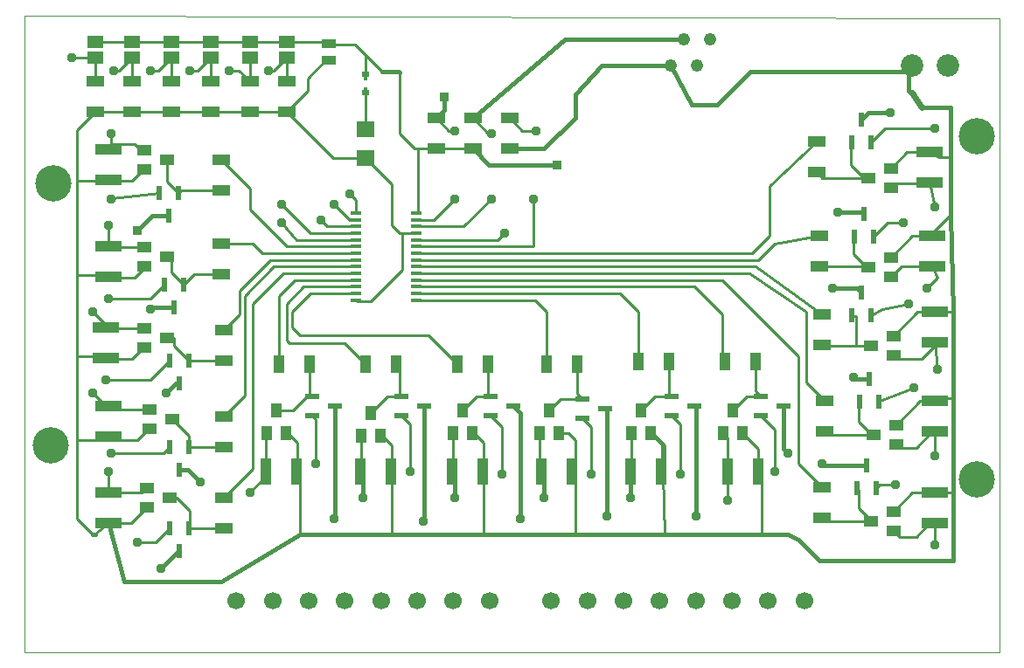
<source format=gtl>
G75*
%MOIN*%
%OFA0B0*%
%FSLAX24Y24*%
%IPPOS*%
%LPD*%
%AMOC8*
5,1,8,0,0,1.08239X$1,22.5*
%
%ADD10C,0.0000*%
%ADD11R,0.0390X0.0120*%
%ADD12R,0.0630X0.0460*%
%ADD13C,0.0860*%
%ADD14C,0.1384*%
%ADD15R,0.0315X0.0197*%
%ADD16R,0.0138X0.0138*%
%ADD17R,0.0690X0.0440*%
%ADD18R,0.0220X0.0520*%
%ADD19R,0.0551X0.0394*%
%ADD20R,0.1040X0.0440*%
%ADD21R,0.0520X0.0220*%
%ADD22R,0.0394X0.0551*%
%ADD23R,0.0440X0.1040*%
%ADD24R,0.0440X0.0690*%
%ADD25R,0.0570X0.0360*%
%ADD26R,0.0709X0.0630*%
%ADD27C,0.0669*%
%ADD28C,0.0480*%
%ADD29C,0.0100*%
%ADD30C,0.0160*%
%ADD31C,0.0240*%
%ADD32C,0.0376*%
%ADD33R,0.0376X0.0376*%
D10*
X000100Y004627D02*
X000100Y028923D01*
X037270Y028823D01*
X037270Y004627D01*
X000100Y004627D01*
D11*
X012751Y018063D03*
X012751Y018319D03*
X012751Y018575D03*
X012751Y018831D03*
X012751Y019087D03*
X012751Y019343D03*
X012751Y019599D03*
X012751Y019855D03*
X012751Y020111D03*
X012751Y020366D03*
X012751Y020622D03*
X012751Y020878D03*
X012751Y021134D03*
X012751Y021390D03*
X015049Y021390D03*
X015049Y021134D03*
X015049Y020878D03*
X015049Y020622D03*
X015049Y020366D03*
X015049Y020111D03*
X015049Y019855D03*
X015049Y019599D03*
X015049Y019343D03*
X015049Y019087D03*
X015049Y018831D03*
X015049Y018575D03*
X015049Y018319D03*
X015049Y018063D03*
D12*
X010100Y027327D03*
X010100Y027927D03*
X008700Y027927D03*
X008700Y027327D03*
X007200Y027327D03*
X007200Y027927D03*
X005700Y027927D03*
X005700Y027327D03*
X004200Y027327D03*
X004200Y027927D03*
X002800Y027927D03*
X002800Y027327D03*
D13*
X033931Y027027D03*
X035309Y027027D03*
D14*
X036400Y024327D03*
X036400Y011227D03*
X001200Y022527D03*
X001100Y012527D03*
D15*
X013100Y025982D03*
X013100Y026671D03*
D16*
X013100Y026524D03*
X013100Y026130D03*
D17*
X015800Y025007D03*
X015800Y023847D03*
X017200Y023847D03*
X017200Y025007D03*
X018600Y025007D03*
X018600Y023847D03*
X010100Y025247D03*
X010100Y026407D03*
X008700Y026407D03*
X008700Y025247D03*
X007200Y025247D03*
X007200Y026407D03*
X005700Y026407D03*
X005700Y025247D03*
X004200Y025247D03*
X004200Y026407D03*
X002800Y026407D03*
X002800Y025247D03*
X007600Y023407D03*
X007600Y022247D03*
X007600Y020207D03*
X007600Y019047D03*
X007700Y016907D03*
X007700Y015747D03*
X007700Y013607D03*
X007700Y012447D03*
X007700Y010507D03*
X007700Y009347D03*
X030300Y022947D03*
X030300Y024107D03*
X030400Y020507D03*
X030400Y019347D03*
X030500Y017507D03*
X030500Y016347D03*
X030600Y014207D03*
X030600Y013047D03*
X030500Y010907D03*
X030500Y009747D03*
D18*
X031830Y010897D03*
X032570Y010897D03*
X032200Y011757D03*
X031930Y014197D03*
X032670Y014197D03*
X032300Y015057D03*
X032370Y017497D03*
X031630Y017497D03*
X032000Y018357D03*
X031730Y020497D03*
X032470Y020497D03*
X032100Y021357D03*
X032370Y024097D03*
X031630Y024097D03*
X032000Y024957D03*
X006170Y018657D03*
X005430Y018657D03*
X005800Y017797D03*
X005630Y015757D03*
X006370Y015757D03*
X006000Y014897D03*
X005630Y012457D03*
X006370Y012457D03*
X006000Y011597D03*
X005630Y009357D03*
X006370Y009357D03*
X006000Y008497D03*
X005600Y021297D03*
X005230Y022157D03*
X005970Y022157D03*
D19*
X004667Y023053D03*
X005533Y023427D03*
X004667Y023801D03*
X004667Y020101D03*
X005533Y019727D03*
X004667Y019353D03*
X004667Y017001D03*
X004667Y016253D03*
X005533Y016627D03*
X004867Y013901D03*
X004867Y013153D03*
X005733Y013527D03*
X004767Y010901D03*
X004767Y010153D03*
X005633Y010527D03*
X032267Y019327D03*
X033133Y019701D03*
X033133Y018953D03*
X033233Y016701D03*
X033233Y015953D03*
X032367Y016327D03*
X033333Y013301D03*
X033333Y012553D03*
X032467Y012927D03*
X033233Y010001D03*
X033233Y009253D03*
X032367Y009627D03*
X033133Y022353D03*
X033133Y023101D03*
X032267Y022727D03*
D20*
X034600Y022547D03*
X034600Y023707D03*
X034700Y020507D03*
X034700Y019347D03*
X034800Y017607D03*
X034800Y016447D03*
X034800Y014207D03*
X034800Y013047D03*
X034800Y010707D03*
X034800Y009547D03*
X003300Y009547D03*
X003300Y010707D03*
X003300Y012847D03*
X003300Y014007D03*
X003200Y015847D03*
X003200Y017007D03*
X003300Y018947D03*
X003300Y020107D03*
X003300Y022647D03*
X003300Y023807D03*
D21*
X011070Y014397D03*
X011930Y014027D03*
X011070Y013657D03*
X014470Y013657D03*
X015330Y014027D03*
X014470Y014397D03*
X017870Y014397D03*
X018730Y014027D03*
X017870Y013657D03*
X021370Y013557D03*
X021370Y014297D03*
X022230Y013927D03*
X024770Y013657D03*
X025630Y014027D03*
X024770Y014397D03*
X028170Y014397D03*
X029030Y014027D03*
X028170Y013657D03*
D22*
X027474Y012994D03*
X026726Y012994D03*
X027100Y013860D03*
X023974Y012994D03*
X023226Y012994D03*
X023600Y013860D03*
X020474Y012994D03*
X019726Y012994D03*
X020100Y013860D03*
X017174Y012994D03*
X016426Y012994D03*
X016800Y013860D03*
X013674Y012894D03*
X012926Y012894D03*
X013300Y013760D03*
X010074Y012994D03*
X009326Y012994D03*
X009700Y013860D03*
D23*
X009320Y011527D03*
X010480Y011527D03*
X012920Y011527D03*
X014080Y011527D03*
X016420Y011527D03*
X017580Y011527D03*
X019820Y011527D03*
X020980Y011527D03*
X023220Y011527D03*
X024380Y011527D03*
X026920Y011527D03*
X028080Y011527D03*
D24*
X027980Y015727D03*
X026820Y015727D03*
X024680Y015727D03*
X023520Y015727D03*
X021180Y015627D03*
X020020Y015627D03*
X017780Y015627D03*
X016620Y015627D03*
X014280Y015627D03*
X013120Y015627D03*
X010980Y015627D03*
X009820Y015627D03*
D25*
X011700Y027207D03*
X011700Y027847D03*
D26*
X013100Y024578D03*
X013100Y023475D03*
D27*
X013689Y006587D03*
X015067Y006587D03*
X016445Y006587D03*
X017823Y006587D03*
X020177Y006587D03*
X021555Y006587D03*
X022933Y006587D03*
X024311Y006587D03*
X025689Y006587D03*
X027067Y006587D03*
X028445Y006587D03*
X029823Y006587D03*
X012311Y006587D03*
X010933Y006587D03*
X009555Y006587D03*
X008177Y006587D03*
D28*
X024750Y027027D03*
X025750Y027027D03*
X025250Y028027D03*
X026250Y028027D03*
D29*
X030300Y024107D02*
X028500Y022407D01*
X028500Y020527D01*
X027828Y019855D01*
X015049Y019855D01*
X015049Y020111D02*
X019484Y020111D01*
X019500Y020127D01*
X019500Y021927D01*
X017900Y021927D02*
X016852Y020878D01*
X015049Y020878D01*
X015049Y020622D02*
X014500Y020622D01*
X014500Y019227D01*
X013300Y018027D01*
X012788Y018027D01*
X012751Y018063D01*
X012751Y018319D02*
X010993Y018319D01*
X010300Y017627D01*
X010300Y017027D01*
X010600Y016727D01*
X015520Y016727D01*
X016620Y015627D01*
X017780Y015627D02*
X017780Y014487D01*
X017870Y014397D01*
X017337Y014397D01*
X016800Y013860D01*
X016426Y012994D02*
X016426Y011533D01*
X016420Y011527D01*
X017580Y011527D02*
X017600Y011547D01*
X017600Y009127D01*
X018300Y011427D02*
X018300Y013227D01*
X017870Y013657D01*
X017233Y012994D02*
X017174Y012994D01*
X017233Y012994D02*
X017600Y012627D01*
X017600Y011547D01*
X019726Y011621D02*
X019726Y012994D01*
X020474Y012994D02*
X020833Y012994D01*
X021100Y012727D01*
X021100Y011647D01*
X021100Y009127D01*
X021700Y011427D02*
X021700Y013227D01*
X021370Y013557D01*
X021370Y014297D02*
X020537Y014297D01*
X020100Y013860D01*
X021180Y014487D02*
X021370Y014297D01*
X021180Y014487D02*
X021180Y015627D01*
X020020Y015627D02*
X020000Y015647D01*
X020000Y017627D01*
X019563Y018063D01*
X015049Y018063D01*
X015049Y018319D02*
X022807Y018319D01*
X023500Y017627D01*
X023500Y015747D01*
X023520Y015727D01*
X024680Y015727D02*
X024680Y014487D01*
X024770Y014397D01*
X024137Y014397D01*
X023600Y013860D01*
X023226Y012994D02*
X023226Y011653D01*
X023200Y011627D01*
X023200Y011547D01*
X023220Y011527D01*
X024380Y011527D02*
X024500Y011647D01*
X024500Y012527D01*
X024033Y012994D01*
X023974Y012994D01*
X024400Y012568D01*
X024500Y009127D01*
X026900Y010427D02*
X026920Y011527D01*
X026920Y012800D01*
X026726Y012994D01*
X027474Y012994D02*
X028080Y012388D01*
X028080Y011527D01*
X028200Y011407D01*
X028200Y009127D01*
X030500Y009747D02*
X030620Y009627D01*
X032367Y009627D01*
X032367Y009660D01*
X031900Y010127D01*
X031900Y010827D01*
X031830Y010897D01*
X032570Y010897D02*
X032700Y011027D01*
X033300Y011027D01*
X033939Y010707D02*
X034800Y010707D01*
X035420Y010707D01*
X035440Y010727D01*
X035500Y010927D01*
X034800Y012127D02*
X034800Y013047D01*
X034720Y013047D01*
X034100Y012427D01*
X033459Y012427D01*
X033333Y012553D01*
X033333Y013301D02*
X034239Y014207D01*
X034800Y014207D01*
X034920Y014327D01*
X035500Y014327D01*
X034900Y015427D02*
X034800Y016447D01*
X034900Y016427D01*
X034300Y015827D01*
X033359Y015827D01*
X033233Y015953D01*
X033233Y016701D02*
X034139Y017607D01*
X034800Y017607D01*
X034920Y017627D01*
X035500Y017627D01*
X034500Y018527D02*
X034900Y018927D01*
X034700Y019347D01*
X033527Y019347D01*
X033133Y018953D01*
X033133Y019701D02*
X033939Y020507D01*
X034619Y020527D01*
X035400Y021327D01*
X034800Y021627D02*
X034600Y022547D01*
X034980Y022547D01*
X035000Y022527D01*
X033307Y022527D01*
X033133Y022353D01*
X033133Y023101D02*
X033739Y023707D01*
X034600Y023707D01*
X034980Y023527D01*
X035400Y023527D01*
X034800Y024627D02*
X032900Y024627D01*
X032370Y024097D01*
X031630Y024097D02*
X031600Y024067D01*
X031600Y023227D01*
X032100Y022727D01*
X032267Y022727D01*
X030520Y022727D01*
X030300Y022947D01*
X030380Y020527D02*
X028700Y020227D01*
X028072Y019599D01*
X015049Y019599D01*
X015049Y019343D02*
X027964Y019343D01*
X030500Y017507D01*
X029900Y017627D02*
X027740Y019087D01*
X015049Y019087D01*
X015049Y018831D02*
X026696Y018831D01*
X029600Y015927D01*
X029600Y011807D01*
X030500Y010907D01*
X028700Y011527D02*
X028700Y013127D01*
X028170Y013657D01*
X028170Y014397D02*
X027637Y014397D01*
X027100Y013860D01*
X027980Y014587D02*
X027980Y015727D01*
X026820Y015727D02*
X026700Y015847D01*
X026700Y017527D01*
X025652Y018575D01*
X015049Y018575D01*
X015049Y020366D02*
X018140Y020366D01*
X018400Y020627D01*
X016500Y021927D02*
X015707Y021134D01*
X015049Y021134D01*
X015049Y021390D02*
X015100Y021441D01*
X015100Y023847D01*
X015800Y023847D01*
X017200Y023847D01*
X017780Y024427D02*
X017900Y024427D01*
X017780Y024427D02*
X017200Y025007D01*
X016500Y024527D02*
X016280Y024527D01*
X015800Y025007D01*
X015800Y025027D01*
X015822Y025049D01*
X015100Y023847D02*
X014980Y023847D01*
X014400Y024427D01*
X014400Y026743D01*
X013739Y026787D02*
X013100Y027427D01*
X013100Y026524D01*
X013100Y026130D02*
X013100Y024578D01*
X013100Y023475D02*
X011871Y023475D01*
X010100Y025247D01*
X010900Y026047D01*
X010900Y026527D01*
X011580Y027207D01*
X011700Y027207D01*
X011720Y027827D02*
X012700Y027827D01*
X013100Y027427D01*
X011720Y027827D02*
X011700Y027847D01*
X011620Y027927D01*
X010100Y027927D01*
X008700Y027927D01*
X007200Y027927D01*
X005700Y027927D01*
X004200Y027927D01*
X002800Y027927D01*
X002800Y027327D02*
X001900Y027327D01*
X002800Y027327D02*
X002800Y026407D01*
X003500Y026827D02*
X003700Y026827D01*
X004200Y027327D01*
X004200Y026407D01*
X004900Y026827D02*
X005200Y026827D01*
X005700Y027327D01*
X005700Y026407D01*
X006400Y026827D02*
X006700Y026827D01*
X007200Y027327D01*
X007200Y026407D01*
X007900Y026827D02*
X008280Y026827D01*
X008700Y026407D01*
X008700Y027327D01*
X009400Y026827D02*
X009600Y026827D01*
X010100Y027327D01*
X010100Y026407D01*
X010100Y025247D02*
X008700Y025247D01*
X007200Y025247D01*
X005700Y025247D01*
X004200Y025247D01*
X002800Y025247D01*
X002100Y024547D01*
X002100Y022627D01*
X003280Y022627D01*
X003300Y022647D01*
X003320Y022627D01*
X004200Y022627D01*
X004626Y023053D01*
X004667Y023053D01*
X004667Y023660D02*
X004667Y023801D01*
X004667Y023660D02*
X004300Y024027D01*
X003520Y024027D01*
X003300Y023807D01*
X003400Y023907D01*
X003400Y024427D01*
X005533Y023427D02*
X005533Y022594D01*
X005970Y022157D01*
X006060Y022247D01*
X007600Y022247D01*
X008700Y022307D02*
X007600Y023407D01*
X008700Y022307D02*
X008700Y021527D01*
X010116Y020111D01*
X012751Y020111D01*
X012751Y020366D02*
X010460Y020366D01*
X009900Y021027D01*
X009900Y021727D02*
X011004Y020622D01*
X012751Y020622D01*
X012751Y020878D02*
X011648Y020878D01*
X011400Y021127D01*
X011900Y021727D02*
X012493Y021134D01*
X012751Y021134D01*
X012751Y021390D02*
X012751Y021875D01*
X012500Y022127D01*
X013100Y023475D02*
X014100Y022475D01*
X014100Y020927D01*
X014404Y020622D01*
X014500Y020622D01*
X012751Y019855D02*
X009172Y019855D01*
X008800Y020227D01*
X007620Y020227D01*
X007600Y020207D01*
X007600Y019047D02*
X006560Y019047D01*
X006170Y018657D01*
X005700Y019127D01*
X005700Y019727D01*
X005533Y019727D01*
X004667Y020101D02*
X003306Y020101D01*
X003300Y020107D01*
X003300Y020927D01*
X003400Y021927D02*
X003430Y021957D01*
X005230Y022157D01*
X002100Y022627D02*
X002100Y019027D01*
X003220Y019027D01*
X003300Y018947D01*
X003320Y018927D01*
X004300Y018927D01*
X004667Y019294D01*
X004667Y019353D01*
X005430Y018657D02*
X004900Y018127D01*
X003300Y018127D01*
X002700Y017627D02*
X003200Y017127D01*
X003200Y017007D01*
X003206Y017001D01*
X004667Y017001D01*
X004667Y016253D02*
X004626Y016253D01*
X004200Y015827D01*
X003220Y015827D01*
X003200Y015847D01*
X003120Y015927D01*
X002100Y015927D01*
X002100Y012727D01*
X003180Y012727D01*
X003300Y012847D01*
X003420Y012727D01*
X004400Y012727D01*
X004826Y013153D01*
X004867Y013153D01*
X004867Y013901D02*
X003406Y013901D01*
X003300Y014007D01*
X003220Y014007D01*
X002700Y014527D01*
X003200Y015027D02*
X004900Y015027D01*
X005630Y015757D01*
X005800Y016327D02*
X005800Y016627D01*
X005533Y016627D01*
X005800Y016327D02*
X006370Y015757D01*
X006380Y015747D01*
X007700Y015747D01*
X007700Y016907D02*
X008300Y017507D01*
X008300Y018427D01*
X009472Y019599D01*
X012751Y019599D01*
X012751Y019343D02*
X009616Y019343D01*
X008500Y018227D01*
X008500Y014407D01*
X007700Y013607D01*
X007700Y012447D02*
X006380Y012447D01*
X006370Y012457D01*
X006370Y012890D01*
X005733Y013527D01*
X005630Y012457D02*
X005400Y012227D01*
X003400Y012227D01*
X003300Y011527D02*
X003300Y010707D01*
X004573Y010707D01*
X004767Y010901D01*
X004767Y010153D02*
X004161Y009547D01*
X003300Y009547D01*
X002820Y009147D01*
X002800Y009127D01*
X002700Y009127D02*
X002100Y009727D01*
X002100Y012727D01*
X003300Y010707D02*
X003306Y010701D01*
X004400Y008827D02*
X005100Y008827D01*
X005630Y009357D01*
X006370Y009390D02*
X006370Y009357D01*
X006380Y009347D01*
X006400Y009367D01*
X006400Y010027D01*
X005900Y010527D01*
X005633Y010527D01*
X006380Y009347D02*
X007700Y009347D01*
X007700Y010507D02*
X008800Y011607D01*
X008800Y017927D01*
X009960Y019087D01*
X012751Y019087D01*
X012751Y018831D02*
X010404Y018831D01*
X009800Y018227D01*
X009800Y015647D01*
X009820Y015627D01*
X010200Y016427D02*
X010100Y016527D01*
X010100Y017927D01*
X010748Y018575D01*
X012751Y018575D01*
X012320Y016427D02*
X010200Y016427D01*
X010980Y015627D02*
X010980Y014487D01*
X010353Y013860D01*
X009700Y013860D01*
X009326Y012994D02*
X009320Y012988D01*
X009320Y011527D01*
X009320Y011347D01*
X008700Y010727D01*
X010480Y011527D02*
X010600Y011407D01*
X010600Y009127D01*
X010480Y011527D02*
X010500Y011547D01*
X010500Y012627D01*
X010133Y012994D01*
X010074Y012994D01*
X011070Y013657D02*
X011200Y013527D01*
X011200Y011827D01*
X012920Y011527D02*
X012926Y011533D01*
X012926Y012894D01*
X013674Y012894D02*
X013733Y012894D01*
X014100Y012527D01*
X014100Y011547D01*
X014100Y009127D01*
X014080Y011527D02*
X014100Y011547D01*
X014800Y011527D02*
X014800Y013327D01*
X014470Y013657D01*
X014470Y014397D02*
X013937Y014397D01*
X013300Y013760D01*
X014400Y014467D02*
X014400Y015427D01*
X014280Y015547D01*
X014280Y015627D01*
X014400Y014467D02*
X014470Y014397D01*
X013120Y015627D02*
X012320Y016427D01*
X010980Y014487D02*
X011070Y014397D01*
X019726Y011621D02*
X019820Y011527D01*
X020980Y011527D02*
X021100Y011647D01*
X025100Y011427D02*
X025100Y013327D01*
X024770Y013657D01*
X027980Y014587D02*
X028170Y014397D01*
X029900Y014907D02*
X029900Y017627D01*
X030500Y016347D02*
X030520Y016327D01*
X031800Y016327D01*
X031800Y017467D01*
X031630Y017497D01*
X032370Y017497D02*
X032800Y017727D01*
X033800Y017927D01*
X032267Y019327D02*
X032200Y019327D01*
X031700Y019827D01*
X031700Y020467D01*
X031730Y020497D01*
X032470Y020497D02*
X033000Y021027D01*
X033600Y021027D01*
X033939Y020507D02*
X034700Y020507D01*
X032267Y019327D02*
X032247Y019347D01*
X030400Y019347D01*
X030400Y020507D02*
X030380Y020527D01*
X031800Y016327D02*
X032367Y016327D01*
X032700Y014227D02*
X034000Y014727D01*
X032700Y014227D02*
X032670Y014197D01*
X031930Y014197D02*
X031900Y014167D01*
X031900Y013427D01*
X032400Y012927D01*
X032467Y012927D01*
X030720Y012927D01*
X030600Y013047D01*
X030600Y014207D02*
X029900Y014907D01*
X033939Y010707D02*
X033233Y010001D01*
X033233Y009253D02*
X033459Y009027D01*
X034100Y009027D01*
X034620Y009547D01*
X034800Y009547D01*
X034800Y008727D01*
X019600Y024527D02*
X019080Y024527D01*
X018600Y025007D01*
X018578Y025029D01*
X002100Y019027D02*
X002100Y015927D01*
D30*
X004900Y017727D02*
X004970Y017797D01*
X005800Y017797D01*
X004400Y020727D02*
X004970Y021297D01*
X005600Y021297D01*
X005870Y014897D02*
X005500Y014527D01*
X005870Y014897D02*
X006000Y014897D01*
X006000Y011597D02*
X006330Y011597D01*
X006800Y011127D01*
X006000Y008497D02*
X005970Y008497D01*
X005300Y007827D01*
X003920Y007327D02*
X007600Y007327D01*
X010600Y009127D01*
X014100Y009127D01*
X017600Y009127D01*
X021100Y009127D01*
X024500Y009127D01*
X028200Y009127D01*
X029200Y009127D01*
X029600Y008927D01*
X030400Y008127D01*
X035500Y008127D01*
X035500Y010927D01*
X035500Y014327D01*
X035500Y017627D01*
X035400Y021327D01*
X035400Y023527D01*
X035400Y025427D01*
X034300Y025427D01*
X034042Y025824D02*
X033800Y026066D01*
X033800Y026827D01*
X033761Y026787D01*
X027761Y026787D01*
X026500Y025527D01*
X025550Y025527D01*
X024750Y027027D01*
X022100Y027027D01*
X021100Y025927D01*
X021100Y025027D01*
X019920Y023847D01*
X018600Y023847D01*
X017820Y023227D02*
X017200Y023847D01*
X017820Y023227D02*
X020400Y023227D01*
X017200Y025007D02*
X020720Y028027D01*
X025250Y028027D01*
X032000Y024957D02*
X032270Y025227D01*
X033100Y025227D01*
X032030Y021427D02*
X031100Y021427D01*
X032030Y021427D02*
X032100Y021357D01*
X031830Y018527D02*
X030900Y018527D01*
X031830Y018527D02*
X032000Y018357D01*
X031700Y015127D02*
X031770Y015057D01*
X032300Y015057D01*
X029030Y014027D02*
X029030Y012397D01*
X029200Y012227D01*
X030500Y011827D02*
X030570Y011757D01*
X032200Y011757D01*
X025700Y009827D02*
X025700Y013957D01*
X025630Y014027D01*
X023220Y011527D02*
X023200Y011507D01*
X023200Y010527D01*
X022300Y009827D02*
X022300Y013857D01*
X022230Y013927D01*
X019820Y011527D02*
X019900Y011447D01*
X019900Y010527D01*
X019000Y009727D02*
X019000Y013757D01*
X018730Y014027D01*
X016420Y011527D02*
X016500Y011447D01*
X016500Y010527D01*
X015330Y009657D02*
X015300Y009627D01*
X015330Y009657D02*
X015330Y014027D01*
X012920Y011527D02*
X013000Y011447D01*
X013000Y010527D01*
X011930Y009757D02*
X011900Y009727D01*
X011930Y009757D02*
X011930Y014027D01*
X003300Y009547D02*
X003920Y007327D01*
X002800Y009127D02*
X002700Y009127D01*
X015800Y025007D02*
X016100Y025307D01*
X016100Y025827D01*
X014400Y026743D02*
X014356Y026787D01*
X013739Y026787D01*
D31*
X033931Y025996D02*
X034042Y025824D01*
X034300Y025427D01*
D32*
X034800Y024627D03*
X033100Y025227D03*
X034800Y021627D03*
X033600Y021027D03*
X031100Y021427D03*
X030900Y018527D03*
X033800Y017927D03*
X034500Y018527D03*
X034900Y015427D03*
X034000Y014727D03*
X031700Y015127D03*
X029200Y012227D03*
X028700Y011527D03*
X030500Y011827D03*
X033300Y011027D03*
X034800Y012127D03*
X034800Y008727D03*
X026900Y010427D03*
X025700Y009827D03*
X025100Y011427D03*
X023200Y010527D03*
X022300Y009827D03*
X021700Y011427D03*
X019900Y010527D03*
X019000Y009727D03*
X018300Y011427D03*
X016500Y010527D03*
X015300Y009627D03*
X014800Y011527D03*
X013000Y010527D03*
X011900Y009727D03*
X011200Y011827D03*
X008700Y010727D03*
X006800Y011127D03*
X004400Y008827D03*
X005300Y007827D03*
X003300Y011527D03*
X003400Y012227D03*
X002700Y014527D03*
X003200Y015027D03*
X005500Y014527D03*
X004900Y017727D03*
X003300Y018127D03*
X002700Y017627D03*
X003300Y020927D03*
X003400Y021927D03*
X003400Y024427D03*
X003500Y026827D03*
X004900Y026827D03*
X006400Y026827D03*
X007900Y026827D03*
X009400Y026827D03*
X012500Y022127D03*
X011900Y021727D03*
X011400Y021127D03*
X009900Y021027D03*
X009900Y021727D03*
X016500Y021927D03*
X017900Y021927D03*
X018400Y020627D03*
X019500Y021927D03*
X019600Y024527D03*
X017900Y024427D03*
X016500Y024527D03*
X001900Y027327D03*
D33*
X004400Y020727D03*
X016100Y025827D03*
X020400Y023227D03*
M02*

</source>
